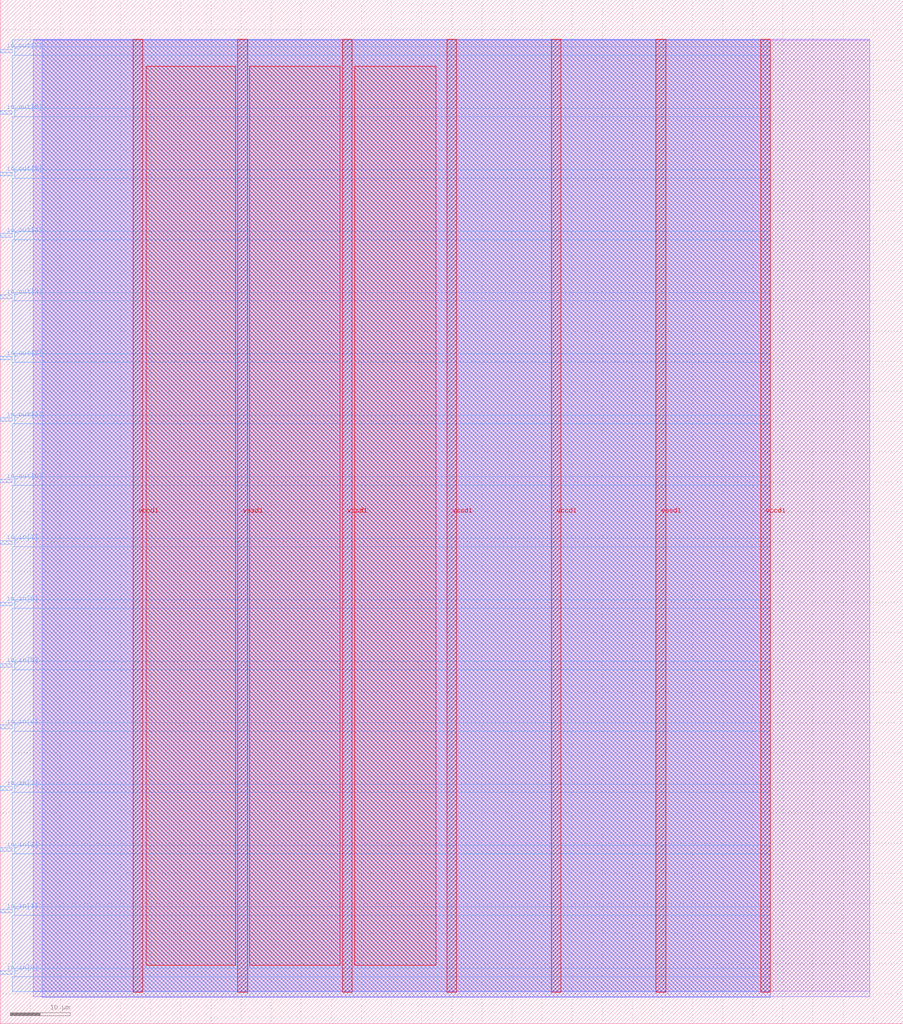
<source format=lef>
VERSION 5.7 ;
  NOWIREEXTENSIONATPIN ON ;
  DIVIDERCHAR "/" ;
  BUSBITCHARS "[]" ;
MACRO tomkeddie_top_tto_a
  CLASS BLOCK ;
  FOREIGN tomkeddie_top_tto_a ;
  ORIGIN 0.000 0.000 ;
  SIZE 150.000 BY 170.000 ;
  PIN io_in[0]
    DIRECTION INPUT ;
    USE SIGNAL ;
    PORT
      LAYER met3 ;
        RECT 0.000 8.200 2.000 8.800 ;
    END
  END io_in[0]
  PIN io_in[1]
    DIRECTION INPUT ;
    USE SIGNAL ;
    PORT
      LAYER met3 ;
        RECT 0.000 18.400 2.000 19.000 ;
    END
  END io_in[1]
  PIN io_in[2]
    DIRECTION INPUT ;
    USE SIGNAL ;
    PORT
      LAYER met3 ;
        RECT 0.000 28.600 2.000 29.200 ;
    END
  END io_in[2]
  PIN io_in[3]
    DIRECTION INPUT ;
    USE SIGNAL ;
    PORT
      LAYER met3 ;
        RECT 0.000 38.800 2.000 39.400 ;
    END
  END io_in[3]
  PIN io_in[4]
    DIRECTION INPUT ;
    USE SIGNAL ;
    PORT
      LAYER met3 ;
        RECT 0.000 49.000 2.000 49.600 ;
    END
  END io_in[4]
  PIN io_in[5]
    DIRECTION INPUT ;
    USE SIGNAL ;
    PORT
      LAYER met3 ;
        RECT 0.000 59.200 2.000 59.800 ;
    END
  END io_in[5]
  PIN io_in[6]
    DIRECTION INPUT ;
    USE SIGNAL ;
    PORT
      LAYER met3 ;
        RECT 0.000 69.400 2.000 70.000 ;
    END
  END io_in[6]
  PIN io_in[7]
    DIRECTION INPUT ;
    USE SIGNAL ;
    PORT
      LAYER met3 ;
        RECT 0.000 79.600 2.000 80.200 ;
    END
  END io_in[7]
  PIN io_out[0]
    DIRECTION OUTPUT TRISTATE ;
    USE SIGNAL ;
    PORT
      LAYER met3 ;
        RECT 0.000 89.800 2.000 90.400 ;
    END
  END io_out[0]
  PIN io_out[1]
    DIRECTION OUTPUT TRISTATE ;
    USE SIGNAL ;
    PORT
      LAYER met3 ;
        RECT 0.000 100.000 2.000 100.600 ;
    END
  END io_out[1]
  PIN io_out[2]
    DIRECTION OUTPUT TRISTATE ;
    USE SIGNAL ;
    PORT
      LAYER met3 ;
        RECT 0.000 110.200 2.000 110.800 ;
    END
  END io_out[2]
  PIN io_out[3]
    DIRECTION OUTPUT TRISTATE ;
    USE SIGNAL ;
    PORT
      LAYER met3 ;
        RECT 0.000 120.400 2.000 121.000 ;
    END
  END io_out[3]
  PIN io_out[4]
    DIRECTION OUTPUT TRISTATE ;
    USE SIGNAL ;
    PORT
      LAYER met3 ;
        RECT 0.000 130.600 2.000 131.200 ;
    END
  END io_out[4]
  PIN io_out[5]
    DIRECTION OUTPUT TRISTATE ;
    USE SIGNAL ;
    PORT
      LAYER met3 ;
        RECT 0.000 140.800 2.000 141.400 ;
    END
  END io_out[5]
  PIN io_out[6]
    DIRECTION OUTPUT TRISTATE ;
    USE SIGNAL ;
    PORT
      LAYER met3 ;
        RECT 0.000 151.000 2.000 151.600 ;
    END
  END io_out[6]
  PIN io_out[7]
    DIRECTION OUTPUT TRISTATE ;
    USE SIGNAL ;
    PORT
      LAYER met3 ;
        RECT 0.000 161.200 2.000 161.800 ;
    END
  END io_out[7]
  PIN vccd1
    DIRECTION INOUT ;
    USE POWER ;
    PORT
      LAYER met4 ;
        RECT 22.090 5.200 23.690 163.440 ;
    END
    PORT
      LAYER met4 ;
        RECT 56.830 5.200 58.430 163.440 ;
    END
    PORT
      LAYER met4 ;
        RECT 91.570 5.200 93.170 163.440 ;
    END
    PORT
      LAYER met4 ;
        RECT 126.310 5.200 127.910 163.440 ;
    END
  END vccd1
  PIN vssd1
    DIRECTION INOUT ;
    USE GROUND ;
    PORT
      LAYER met4 ;
        RECT 39.460 5.200 41.060 163.440 ;
    END
    PORT
      LAYER met4 ;
        RECT 74.200 5.200 75.800 163.440 ;
    END
    PORT
      LAYER met4 ;
        RECT 108.940 5.200 110.540 163.440 ;
    END
  END vssd1
  OBS
      LAYER li1 ;
        RECT 5.520 5.355 144.440 163.285 ;
      LAYER met1 ;
        RECT 5.520 4.460 144.440 163.440 ;
      LAYER met2 ;
        RECT 7.000 4.430 127.880 163.385 ;
      LAYER met3 ;
        RECT 2.000 162.200 127.900 163.365 ;
        RECT 2.400 160.800 127.900 162.200 ;
        RECT 2.000 152.000 127.900 160.800 ;
        RECT 2.400 150.600 127.900 152.000 ;
        RECT 2.000 141.800 127.900 150.600 ;
        RECT 2.400 140.400 127.900 141.800 ;
        RECT 2.000 131.600 127.900 140.400 ;
        RECT 2.400 130.200 127.900 131.600 ;
        RECT 2.000 121.400 127.900 130.200 ;
        RECT 2.400 120.000 127.900 121.400 ;
        RECT 2.000 111.200 127.900 120.000 ;
        RECT 2.400 109.800 127.900 111.200 ;
        RECT 2.000 101.000 127.900 109.800 ;
        RECT 2.400 99.600 127.900 101.000 ;
        RECT 2.000 90.800 127.900 99.600 ;
        RECT 2.400 89.400 127.900 90.800 ;
        RECT 2.000 80.600 127.900 89.400 ;
        RECT 2.400 79.200 127.900 80.600 ;
        RECT 2.000 70.400 127.900 79.200 ;
        RECT 2.400 69.000 127.900 70.400 ;
        RECT 2.000 60.200 127.900 69.000 ;
        RECT 2.400 58.800 127.900 60.200 ;
        RECT 2.000 50.000 127.900 58.800 ;
        RECT 2.400 48.600 127.900 50.000 ;
        RECT 2.000 39.800 127.900 48.600 ;
        RECT 2.400 38.400 127.900 39.800 ;
        RECT 2.000 29.600 127.900 38.400 ;
        RECT 2.400 28.200 127.900 29.600 ;
        RECT 2.000 19.400 127.900 28.200 ;
        RECT 2.400 18.000 127.900 19.400 ;
        RECT 2.000 9.200 127.900 18.000 ;
        RECT 2.400 7.800 127.900 9.200 ;
        RECT 2.000 5.275 127.900 7.800 ;
      LAYER met4 ;
        RECT 24.215 9.695 39.060 158.945 ;
        RECT 41.460 9.695 56.430 158.945 ;
        RECT 58.830 9.695 72.385 158.945 ;
  END
END tomkeddie_top_tto_a
END LIBRARY


</source>
